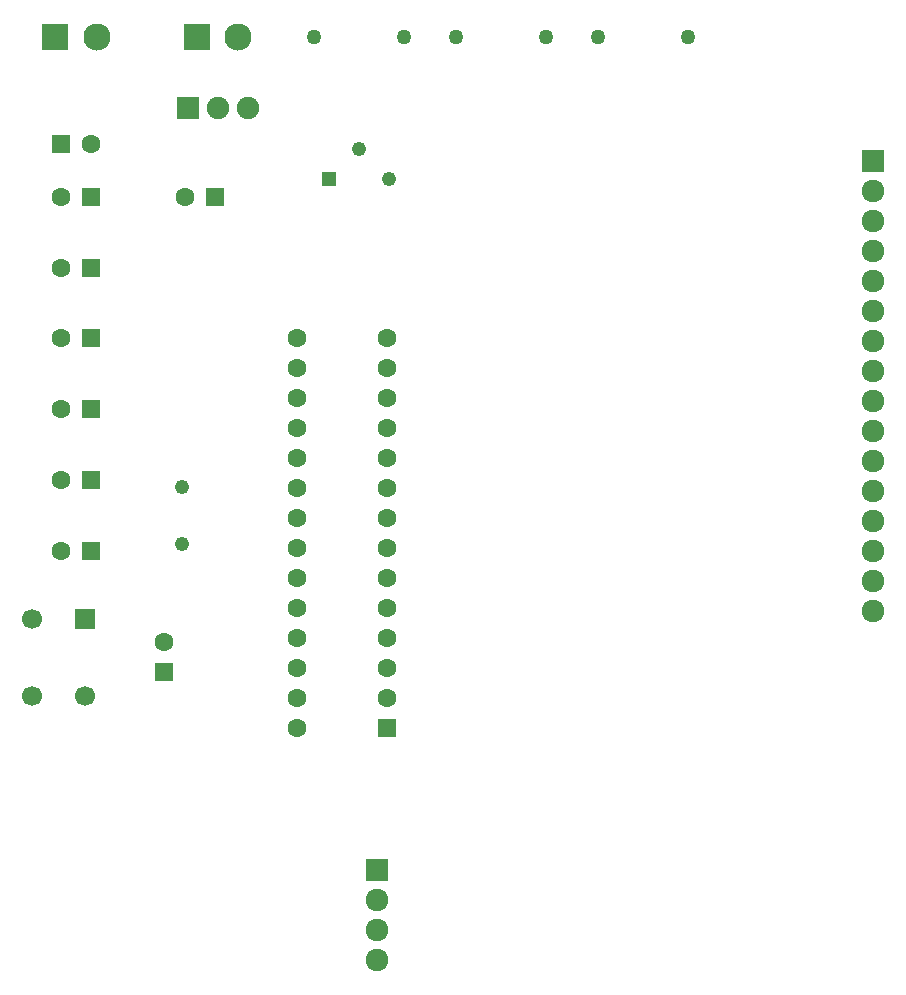
<source format=gbr>
G04 DipTrace 4.2.0.1*
G04 1 - Top.gbr*
%MOIN*%
G04 #@! TF.FileFunction,Copper,L1,Top*
G04 #@! TF.Part,Single*
G04 #@! TA.AperFunction,ComponentPad*
%ADD18C,0.062992*%
%ADD19R,0.062992X0.062992*%
%ADD20R,0.075591X0.075591*%
%ADD21C,0.075591*%
%ADD22R,0.090551X0.090551*%
%ADD23C,0.090551*%
%ADD25R,0.04811X0.04811*%
%ADD26C,0.04811*%
%ADD27C,0.05*%
%ADD28C,0.05*%
%ADD29R,0.066929X0.066929*%
%ADD30C,0.066929*%
%ADD31R,0.074803X0.074803*%
%ADD32C,0.074803*%
%ADD33C,0.048*%
%FSLAX26Y26*%
G04*
G70*
G90*
G75*
G01*
G04 Top*
%LPD*%
D18*
X738976Y3405512D3*
D19*
X638976D3*
D18*
X1052362Y3228346D3*
D19*
X1152362D3*
D18*
X984250Y1742913D3*
D19*
X984254Y1642913D3*
D18*
X638976Y2755906D3*
D19*
X738976D3*
D18*
X638976Y2992126D3*
D19*
X738976D3*
D18*
X638976Y3228346D3*
D19*
X738976D3*
D18*
X638976Y2519685D3*
D19*
X738976D3*
D18*
X638976Y2047244D3*
D19*
X738976D3*
D18*
X638976Y2283465D3*
D19*
X738976D3*
D20*
X1692913Y984252D3*
D21*
Y884252D3*
Y784252D3*
Y684252D3*
D22*
X1092520Y3759843D3*
D23*
X1230315D3*
D22*
X620079D3*
D23*
X757874D3*
D25*
X1533858Y3287402D3*
D26*
X1633858Y3387402D3*
X1733858Y3287402D3*
D27*
X1783858Y3759843D3*
D28*
X1483858D3*
D29*
X718499Y1820870D3*
D30*
X541333Y1820863D3*
X541344Y1564957D3*
X718509Y1564964D3*
D31*
X1061417Y3523622D3*
D32*
X1161417D3*
X1261417D3*
D19*
X1724817Y1456303D3*
D18*
X1724815Y1556303D3*
X1724813Y1656303D3*
X1724811Y1756303D3*
X1724809Y1856303D3*
X1724806Y1956303D3*
X1724804Y2056303D3*
X1724802Y2156303D3*
X1724800Y2256303D3*
X1724798Y2356303D3*
X1724795Y2456303D3*
X1724793Y2556303D3*
X1724791Y2656303D3*
X1724789Y2756303D3*
X1424789Y2756296D3*
X1424791Y2656296D3*
X1424793Y2556296D3*
X1424795Y2456296D3*
X1424798Y2356296D3*
X1424800Y2256296D3*
X1424802Y2156296D3*
X1424804Y2056296D3*
X1424806Y1956296D3*
X1424809Y1856296D3*
X1424811Y1756296D3*
X1424813Y1656296D3*
X1424815Y1556296D3*
X1424817Y1456296D3*
D33*
X1043305Y2260354D3*
X1043310Y2070354D3*
D27*
X2256299Y3759843D3*
D28*
X1956299D3*
D27*
X2428740D3*
D28*
X2728740D3*
D20*
X3346457Y3346457D3*
D21*
Y3246457D3*
Y3146457D3*
Y3046457D3*
Y2946457D3*
Y2846457D3*
Y2746457D3*
Y2646457D3*
Y2546457D3*
Y2446457D3*
Y2346457D3*
Y2246457D3*
Y2146457D3*
Y2046457D3*
Y1946457D3*
Y1846457D3*
M02*

</source>
